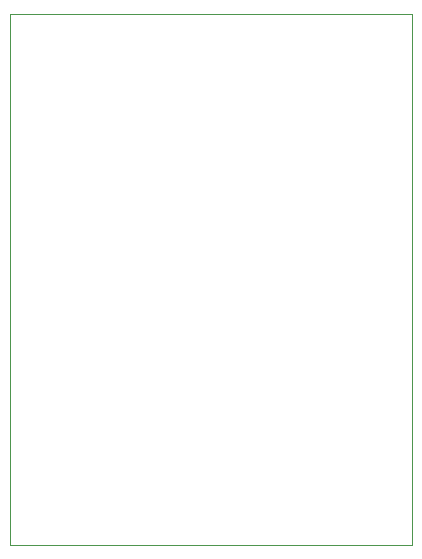
<source format=gbr>
%TF.GenerationSoftware,KiCad,Pcbnew,5.1.10-8.fc35*%
%TF.CreationDate,2021-11-18T10:19:23+00:00*%
%TF.ProjectId,cryosub_power_converter_top_v02,6372796f-7375-4625-9f70-6f7765725f63,rev?*%
%TF.SameCoordinates,Original*%
%TF.FileFunction,Profile,NP*%
%FSLAX45Y45*%
G04 Gerber Fmt 4.5, Leading zero omitted, Abs format (unit mm)*
G04 Created by KiCad (PCBNEW 5.1.10-8.fc35) date 2021-11-18 10:19:23*
%MOMM*%
%LPD*%
G01*
G04 APERTURE LIST*
%TA.AperFunction,Profile*%
%ADD10C,0.050000*%
%TD*%
G04 APERTURE END LIST*
D10*
X10000000Y-14500000D02*
X10000000Y-10000000D01*
X13400000Y-14500000D02*
X10000000Y-14500000D01*
X13400000Y-10000000D02*
X13400000Y-14500000D01*
X10000000Y-10000000D02*
X13400000Y-10000000D01*
M02*

</source>
